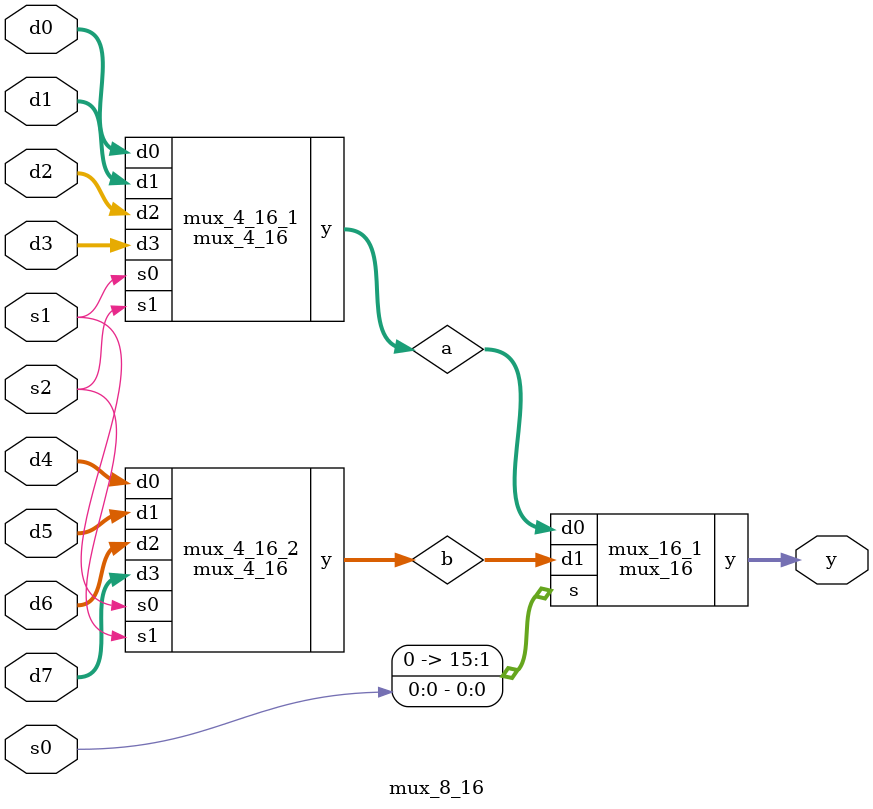
<source format=v>
module mux(y,s,d0,d1);
	input d0,d1,s;
	output y;
	wire t1,t2,sbar;
	nand(sbar,s,s);
	nand(t1,d1,s);
	nand(t2,d0,sbar);
	nand(y,t1,t2);
endmodule

module mux_16(y,s,d0,d1);
	input [15:0]s;
	input [15:0]d0,d1;
	output[15:0]y;
	mux mux_1[15:0](y,s,d0,d1);
endmodule

module mux_4_16(y,s0,s1,d0,d1,d2,d3);
	output [15:0]y;
	input s0,s1;
	input[15:0]d0,d1,d2,d3;
	wire[15:0]a,b;
	mux_16 mux_16_1(a,s1,d0,d1);
	mux_16 mux_16_2(b,s1,d2,d3);
	mux_16 mux_16_3(y,s0,a,b);
endmodule	

module mux_8_16(y,s0,s1,s2,d0,d1,d2,d3,d4,d5,d6,d7);
	output [15:0]y;
	input s0,s1,s2;
	input[15:0] d0,d1,d2,d3,d4,d5,d6,d7;
	wire[15:0]a,b;
	mux_4_16 mux_4_16_1(a,s1,s2,d0,d1,d2,d3);
	mux_4_16 mux_4_16_2(b,s1,s2,d4,d5,d6,d7);
	mux_16 mux_16_1(y,s0,a,b);
endmodule	

</source>
